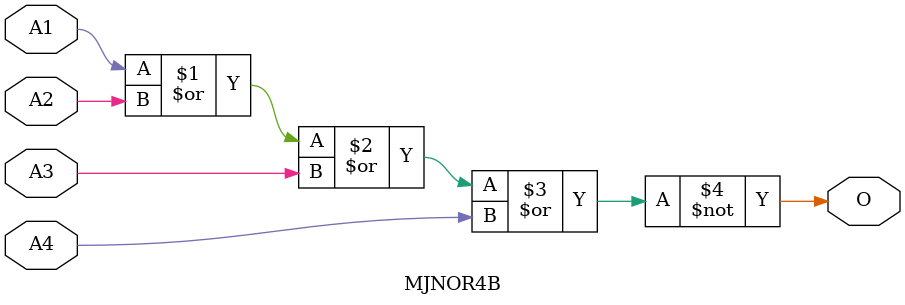
<source format=v>
module MJNOR4B(A1, A2, A3, A4, O);
input   A1;
input   A2;
input   A3;
input   A4;
output  O;
nor g0(O, A1, A2, A3, A4);
endmodule
</source>
